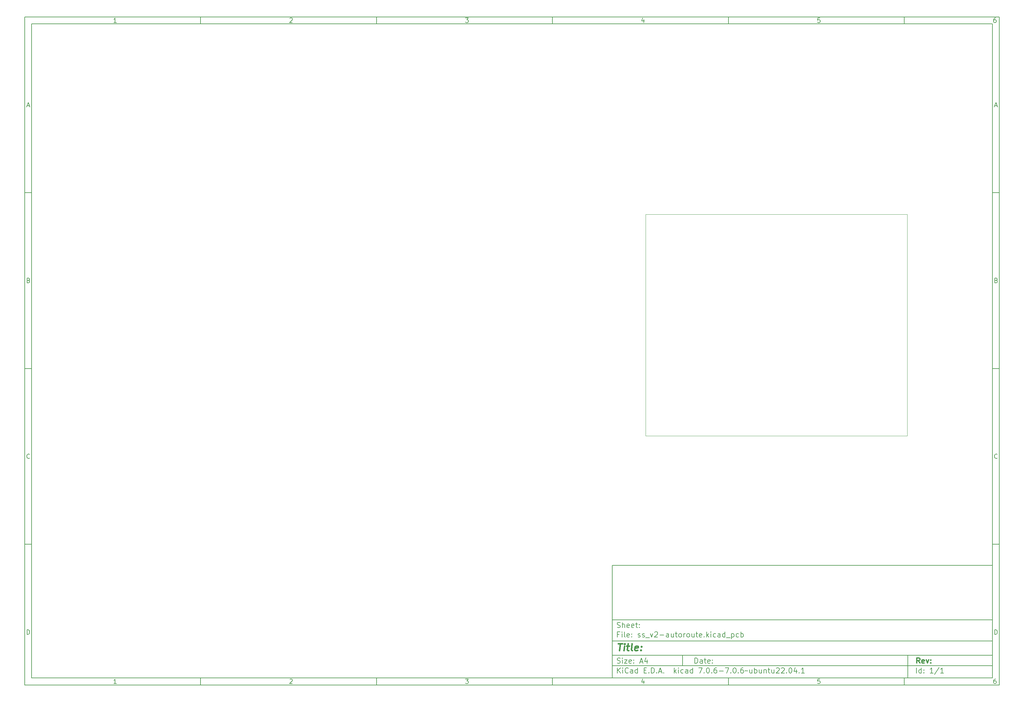
<source format=gbr>
%TF.GenerationSoftware,KiCad,Pcbnew,7.0.6-7.0.6~ubuntu22.04.1*%
%TF.CreationDate,2023-08-01T15:27:09+02:00*%
%TF.ProjectId,ss_v2-autoroute,73735f76-322d-4617-9574-6f726f757465,rev?*%
%TF.SameCoordinates,Original*%
%TF.FileFunction,Profile,NP*%
%FSLAX46Y46*%
G04 Gerber Fmt 4.6, Leading zero omitted, Abs format (unit mm)*
G04 Created by KiCad (PCBNEW 7.0.6-7.0.6~ubuntu22.04.1) date 2023-08-01 15:27:09*
%MOMM*%
%LPD*%
G01*
G04 APERTURE LIST*
%ADD10C,0.100000*%
%ADD11C,0.150000*%
%ADD12C,0.300000*%
%ADD13C,0.400000*%
%TA.AperFunction,Profile*%
%ADD14C,0.100000*%
%TD*%
G04 APERTURE END LIST*
D10*
D11*
X177002200Y-166007200D02*
X285002200Y-166007200D01*
X285002200Y-198007200D01*
X177002200Y-198007200D01*
X177002200Y-166007200D01*
D10*
D11*
X10000000Y-10000000D02*
X287002200Y-10000000D01*
X287002200Y-200007200D01*
X10000000Y-200007200D01*
X10000000Y-10000000D01*
D10*
D11*
X12000000Y-12000000D02*
X285002200Y-12000000D01*
X285002200Y-198007200D01*
X12000000Y-198007200D01*
X12000000Y-12000000D01*
D10*
D11*
X60000000Y-12000000D02*
X60000000Y-10000000D01*
D10*
D11*
X110000000Y-12000000D02*
X110000000Y-10000000D01*
D10*
D11*
X160000000Y-12000000D02*
X160000000Y-10000000D01*
D10*
D11*
X210000000Y-12000000D02*
X210000000Y-10000000D01*
D10*
D11*
X260000000Y-12000000D02*
X260000000Y-10000000D01*
D10*
D11*
X36089160Y-11593604D02*
X35346303Y-11593604D01*
X35717731Y-11593604D02*
X35717731Y-10293604D01*
X35717731Y-10293604D02*
X35593922Y-10479319D01*
X35593922Y-10479319D02*
X35470112Y-10603128D01*
X35470112Y-10603128D02*
X35346303Y-10665033D01*
D10*
D11*
X85346303Y-10417414D02*
X85408207Y-10355509D01*
X85408207Y-10355509D02*
X85532017Y-10293604D01*
X85532017Y-10293604D02*
X85841541Y-10293604D01*
X85841541Y-10293604D02*
X85965350Y-10355509D01*
X85965350Y-10355509D02*
X86027255Y-10417414D01*
X86027255Y-10417414D02*
X86089160Y-10541223D01*
X86089160Y-10541223D02*
X86089160Y-10665033D01*
X86089160Y-10665033D02*
X86027255Y-10850747D01*
X86027255Y-10850747D02*
X85284398Y-11593604D01*
X85284398Y-11593604D02*
X86089160Y-11593604D01*
D10*
D11*
X135284398Y-10293604D02*
X136089160Y-10293604D01*
X136089160Y-10293604D02*
X135655826Y-10788842D01*
X135655826Y-10788842D02*
X135841541Y-10788842D01*
X135841541Y-10788842D02*
X135965350Y-10850747D01*
X135965350Y-10850747D02*
X136027255Y-10912652D01*
X136027255Y-10912652D02*
X136089160Y-11036461D01*
X136089160Y-11036461D02*
X136089160Y-11345985D01*
X136089160Y-11345985D02*
X136027255Y-11469795D01*
X136027255Y-11469795D02*
X135965350Y-11531700D01*
X135965350Y-11531700D02*
X135841541Y-11593604D01*
X135841541Y-11593604D02*
X135470112Y-11593604D01*
X135470112Y-11593604D02*
X135346303Y-11531700D01*
X135346303Y-11531700D02*
X135284398Y-11469795D01*
D10*
D11*
X185965350Y-10726938D02*
X185965350Y-11593604D01*
X185655826Y-10231700D02*
X185346303Y-11160271D01*
X185346303Y-11160271D02*
X186151064Y-11160271D01*
D10*
D11*
X236027255Y-10293604D02*
X235408207Y-10293604D01*
X235408207Y-10293604D02*
X235346303Y-10912652D01*
X235346303Y-10912652D02*
X235408207Y-10850747D01*
X235408207Y-10850747D02*
X235532017Y-10788842D01*
X235532017Y-10788842D02*
X235841541Y-10788842D01*
X235841541Y-10788842D02*
X235965350Y-10850747D01*
X235965350Y-10850747D02*
X236027255Y-10912652D01*
X236027255Y-10912652D02*
X236089160Y-11036461D01*
X236089160Y-11036461D02*
X236089160Y-11345985D01*
X236089160Y-11345985D02*
X236027255Y-11469795D01*
X236027255Y-11469795D02*
X235965350Y-11531700D01*
X235965350Y-11531700D02*
X235841541Y-11593604D01*
X235841541Y-11593604D02*
X235532017Y-11593604D01*
X235532017Y-11593604D02*
X235408207Y-11531700D01*
X235408207Y-11531700D02*
X235346303Y-11469795D01*
D10*
D11*
X285965350Y-10293604D02*
X285717731Y-10293604D01*
X285717731Y-10293604D02*
X285593922Y-10355509D01*
X285593922Y-10355509D02*
X285532017Y-10417414D01*
X285532017Y-10417414D02*
X285408207Y-10603128D01*
X285408207Y-10603128D02*
X285346303Y-10850747D01*
X285346303Y-10850747D02*
X285346303Y-11345985D01*
X285346303Y-11345985D02*
X285408207Y-11469795D01*
X285408207Y-11469795D02*
X285470112Y-11531700D01*
X285470112Y-11531700D02*
X285593922Y-11593604D01*
X285593922Y-11593604D02*
X285841541Y-11593604D01*
X285841541Y-11593604D02*
X285965350Y-11531700D01*
X285965350Y-11531700D02*
X286027255Y-11469795D01*
X286027255Y-11469795D02*
X286089160Y-11345985D01*
X286089160Y-11345985D02*
X286089160Y-11036461D01*
X286089160Y-11036461D02*
X286027255Y-10912652D01*
X286027255Y-10912652D02*
X285965350Y-10850747D01*
X285965350Y-10850747D02*
X285841541Y-10788842D01*
X285841541Y-10788842D02*
X285593922Y-10788842D01*
X285593922Y-10788842D02*
X285470112Y-10850747D01*
X285470112Y-10850747D02*
X285408207Y-10912652D01*
X285408207Y-10912652D02*
X285346303Y-11036461D01*
D10*
D11*
X60000000Y-198007200D02*
X60000000Y-200007200D01*
D10*
D11*
X110000000Y-198007200D02*
X110000000Y-200007200D01*
D10*
D11*
X160000000Y-198007200D02*
X160000000Y-200007200D01*
D10*
D11*
X210000000Y-198007200D02*
X210000000Y-200007200D01*
D10*
D11*
X260000000Y-198007200D02*
X260000000Y-200007200D01*
D10*
D11*
X36089160Y-199600804D02*
X35346303Y-199600804D01*
X35717731Y-199600804D02*
X35717731Y-198300804D01*
X35717731Y-198300804D02*
X35593922Y-198486519D01*
X35593922Y-198486519D02*
X35470112Y-198610328D01*
X35470112Y-198610328D02*
X35346303Y-198672233D01*
D10*
D11*
X85346303Y-198424614D02*
X85408207Y-198362709D01*
X85408207Y-198362709D02*
X85532017Y-198300804D01*
X85532017Y-198300804D02*
X85841541Y-198300804D01*
X85841541Y-198300804D02*
X85965350Y-198362709D01*
X85965350Y-198362709D02*
X86027255Y-198424614D01*
X86027255Y-198424614D02*
X86089160Y-198548423D01*
X86089160Y-198548423D02*
X86089160Y-198672233D01*
X86089160Y-198672233D02*
X86027255Y-198857947D01*
X86027255Y-198857947D02*
X85284398Y-199600804D01*
X85284398Y-199600804D02*
X86089160Y-199600804D01*
D10*
D11*
X135284398Y-198300804D02*
X136089160Y-198300804D01*
X136089160Y-198300804D02*
X135655826Y-198796042D01*
X135655826Y-198796042D02*
X135841541Y-198796042D01*
X135841541Y-198796042D02*
X135965350Y-198857947D01*
X135965350Y-198857947D02*
X136027255Y-198919852D01*
X136027255Y-198919852D02*
X136089160Y-199043661D01*
X136089160Y-199043661D02*
X136089160Y-199353185D01*
X136089160Y-199353185D02*
X136027255Y-199476995D01*
X136027255Y-199476995D02*
X135965350Y-199538900D01*
X135965350Y-199538900D02*
X135841541Y-199600804D01*
X135841541Y-199600804D02*
X135470112Y-199600804D01*
X135470112Y-199600804D02*
X135346303Y-199538900D01*
X135346303Y-199538900D02*
X135284398Y-199476995D01*
D10*
D11*
X185965350Y-198734138D02*
X185965350Y-199600804D01*
X185655826Y-198238900D02*
X185346303Y-199167471D01*
X185346303Y-199167471D02*
X186151064Y-199167471D01*
D10*
D11*
X236027255Y-198300804D02*
X235408207Y-198300804D01*
X235408207Y-198300804D02*
X235346303Y-198919852D01*
X235346303Y-198919852D02*
X235408207Y-198857947D01*
X235408207Y-198857947D02*
X235532017Y-198796042D01*
X235532017Y-198796042D02*
X235841541Y-198796042D01*
X235841541Y-198796042D02*
X235965350Y-198857947D01*
X235965350Y-198857947D02*
X236027255Y-198919852D01*
X236027255Y-198919852D02*
X236089160Y-199043661D01*
X236089160Y-199043661D02*
X236089160Y-199353185D01*
X236089160Y-199353185D02*
X236027255Y-199476995D01*
X236027255Y-199476995D02*
X235965350Y-199538900D01*
X235965350Y-199538900D02*
X235841541Y-199600804D01*
X235841541Y-199600804D02*
X235532017Y-199600804D01*
X235532017Y-199600804D02*
X235408207Y-199538900D01*
X235408207Y-199538900D02*
X235346303Y-199476995D01*
D10*
D11*
X285965350Y-198300804D02*
X285717731Y-198300804D01*
X285717731Y-198300804D02*
X285593922Y-198362709D01*
X285593922Y-198362709D02*
X285532017Y-198424614D01*
X285532017Y-198424614D02*
X285408207Y-198610328D01*
X285408207Y-198610328D02*
X285346303Y-198857947D01*
X285346303Y-198857947D02*
X285346303Y-199353185D01*
X285346303Y-199353185D02*
X285408207Y-199476995D01*
X285408207Y-199476995D02*
X285470112Y-199538900D01*
X285470112Y-199538900D02*
X285593922Y-199600804D01*
X285593922Y-199600804D02*
X285841541Y-199600804D01*
X285841541Y-199600804D02*
X285965350Y-199538900D01*
X285965350Y-199538900D02*
X286027255Y-199476995D01*
X286027255Y-199476995D02*
X286089160Y-199353185D01*
X286089160Y-199353185D02*
X286089160Y-199043661D01*
X286089160Y-199043661D02*
X286027255Y-198919852D01*
X286027255Y-198919852D02*
X285965350Y-198857947D01*
X285965350Y-198857947D02*
X285841541Y-198796042D01*
X285841541Y-198796042D02*
X285593922Y-198796042D01*
X285593922Y-198796042D02*
X285470112Y-198857947D01*
X285470112Y-198857947D02*
X285408207Y-198919852D01*
X285408207Y-198919852D02*
X285346303Y-199043661D01*
D10*
D11*
X10000000Y-60000000D02*
X12000000Y-60000000D01*
D10*
D11*
X10000000Y-110000000D02*
X12000000Y-110000000D01*
D10*
D11*
X10000000Y-160000000D02*
X12000000Y-160000000D01*
D10*
D11*
X10690476Y-35222176D02*
X11309523Y-35222176D01*
X10566666Y-35593604D02*
X10999999Y-34293604D01*
X10999999Y-34293604D02*
X11433333Y-35593604D01*
D10*
D11*
X11092857Y-84912652D02*
X11278571Y-84974557D01*
X11278571Y-84974557D02*
X11340476Y-85036461D01*
X11340476Y-85036461D02*
X11402380Y-85160271D01*
X11402380Y-85160271D02*
X11402380Y-85345985D01*
X11402380Y-85345985D02*
X11340476Y-85469795D01*
X11340476Y-85469795D02*
X11278571Y-85531700D01*
X11278571Y-85531700D02*
X11154761Y-85593604D01*
X11154761Y-85593604D02*
X10659523Y-85593604D01*
X10659523Y-85593604D02*
X10659523Y-84293604D01*
X10659523Y-84293604D02*
X11092857Y-84293604D01*
X11092857Y-84293604D02*
X11216666Y-84355509D01*
X11216666Y-84355509D02*
X11278571Y-84417414D01*
X11278571Y-84417414D02*
X11340476Y-84541223D01*
X11340476Y-84541223D02*
X11340476Y-84665033D01*
X11340476Y-84665033D02*
X11278571Y-84788842D01*
X11278571Y-84788842D02*
X11216666Y-84850747D01*
X11216666Y-84850747D02*
X11092857Y-84912652D01*
X11092857Y-84912652D02*
X10659523Y-84912652D01*
D10*
D11*
X11402380Y-135469795D02*
X11340476Y-135531700D01*
X11340476Y-135531700D02*
X11154761Y-135593604D01*
X11154761Y-135593604D02*
X11030952Y-135593604D01*
X11030952Y-135593604D02*
X10845238Y-135531700D01*
X10845238Y-135531700D02*
X10721428Y-135407890D01*
X10721428Y-135407890D02*
X10659523Y-135284080D01*
X10659523Y-135284080D02*
X10597619Y-135036461D01*
X10597619Y-135036461D02*
X10597619Y-134850747D01*
X10597619Y-134850747D02*
X10659523Y-134603128D01*
X10659523Y-134603128D02*
X10721428Y-134479319D01*
X10721428Y-134479319D02*
X10845238Y-134355509D01*
X10845238Y-134355509D02*
X11030952Y-134293604D01*
X11030952Y-134293604D02*
X11154761Y-134293604D01*
X11154761Y-134293604D02*
X11340476Y-134355509D01*
X11340476Y-134355509D02*
X11402380Y-134417414D01*
D10*
D11*
X10659523Y-185593604D02*
X10659523Y-184293604D01*
X10659523Y-184293604D02*
X10969047Y-184293604D01*
X10969047Y-184293604D02*
X11154761Y-184355509D01*
X11154761Y-184355509D02*
X11278571Y-184479319D01*
X11278571Y-184479319D02*
X11340476Y-184603128D01*
X11340476Y-184603128D02*
X11402380Y-184850747D01*
X11402380Y-184850747D02*
X11402380Y-185036461D01*
X11402380Y-185036461D02*
X11340476Y-185284080D01*
X11340476Y-185284080D02*
X11278571Y-185407890D01*
X11278571Y-185407890D02*
X11154761Y-185531700D01*
X11154761Y-185531700D02*
X10969047Y-185593604D01*
X10969047Y-185593604D02*
X10659523Y-185593604D01*
D10*
D11*
X287002200Y-60000000D02*
X285002200Y-60000000D01*
D10*
D11*
X287002200Y-110000000D02*
X285002200Y-110000000D01*
D10*
D11*
X287002200Y-160000000D02*
X285002200Y-160000000D01*
D10*
D11*
X285692676Y-35222176D02*
X286311723Y-35222176D01*
X285568866Y-35593604D02*
X286002199Y-34293604D01*
X286002199Y-34293604D02*
X286435533Y-35593604D01*
D10*
D11*
X286095057Y-84912652D02*
X286280771Y-84974557D01*
X286280771Y-84974557D02*
X286342676Y-85036461D01*
X286342676Y-85036461D02*
X286404580Y-85160271D01*
X286404580Y-85160271D02*
X286404580Y-85345985D01*
X286404580Y-85345985D02*
X286342676Y-85469795D01*
X286342676Y-85469795D02*
X286280771Y-85531700D01*
X286280771Y-85531700D02*
X286156961Y-85593604D01*
X286156961Y-85593604D02*
X285661723Y-85593604D01*
X285661723Y-85593604D02*
X285661723Y-84293604D01*
X285661723Y-84293604D02*
X286095057Y-84293604D01*
X286095057Y-84293604D02*
X286218866Y-84355509D01*
X286218866Y-84355509D02*
X286280771Y-84417414D01*
X286280771Y-84417414D02*
X286342676Y-84541223D01*
X286342676Y-84541223D02*
X286342676Y-84665033D01*
X286342676Y-84665033D02*
X286280771Y-84788842D01*
X286280771Y-84788842D02*
X286218866Y-84850747D01*
X286218866Y-84850747D02*
X286095057Y-84912652D01*
X286095057Y-84912652D02*
X285661723Y-84912652D01*
D10*
D11*
X286404580Y-135469795D02*
X286342676Y-135531700D01*
X286342676Y-135531700D02*
X286156961Y-135593604D01*
X286156961Y-135593604D02*
X286033152Y-135593604D01*
X286033152Y-135593604D02*
X285847438Y-135531700D01*
X285847438Y-135531700D02*
X285723628Y-135407890D01*
X285723628Y-135407890D02*
X285661723Y-135284080D01*
X285661723Y-135284080D02*
X285599819Y-135036461D01*
X285599819Y-135036461D02*
X285599819Y-134850747D01*
X285599819Y-134850747D02*
X285661723Y-134603128D01*
X285661723Y-134603128D02*
X285723628Y-134479319D01*
X285723628Y-134479319D02*
X285847438Y-134355509D01*
X285847438Y-134355509D02*
X286033152Y-134293604D01*
X286033152Y-134293604D02*
X286156961Y-134293604D01*
X286156961Y-134293604D02*
X286342676Y-134355509D01*
X286342676Y-134355509D02*
X286404580Y-134417414D01*
D10*
D11*
X285661723Y-185593604D02*
X285661723Y-184293604D01*
X285661723Y-184293604D02*
X285971247Y-184293604D01*
X285971247Y-184293604D02*
X286156961Y-184355509D01*
X286156961Y-184355509D02*
X286280771Y-184479319D01*
X286280771Y-184479319D02*
X286342676Y-184603128D01*
X286342676Y-184603128D02*
X286404580Y-184850747D01*
X286404580Y-184850747D02*
X286404580Y-185036461D01*
X286404580Y-185036461D02*
X286342676Y-185284080D01*
X286342676Y-185284080D02*
X286280771Y-185407890D01*
X286280771Y-185407890D02*
X286156961Y-185531700D01*
X286156961Y-185531700D02*
X285971247Y-185593604D01*
X285971247Y-185593604D02*
X285661723Y-185593604D01*
D10*
D11*
X200458026Y-193793328D02*
X200458026Y-192293328D01*
X200458026Y-192293328D02*
X200815169Y-192293328D01*
X200815169Y-192293328D02*
X201029455Y-192364757D01*
X201029455Y-192364757D02*
X201172312Y-192507614D01*
X201172312Y-192507614D02*
X201243741Y-192650471D01*
X201243741Y-192650471D02*
X201315169Y-192936185D01*
X201315169Y-192936185D02*
X201315169Y-193150471D01*
X201315169Y-193150471D02*
X201243741Y-193436185D01*
X201243741Y-193436185D02*
X201172312Y-193579042D01*
X201172312Y-193579042D02*
X201029455Y-193721900D01*
X201029455Y-193721900D02*
X200815169Y-193793328D01*
X200815169Y-193793328D02*
X200458026Y-193793328D01*
X202600884Y-193793328D02*
X202600884Y-193007614D01*
X202600884Y-193007614D02*
X202529455Y-192864757D01*
X202529455Y-192864757D02*
X202386598Y-192793328D01*
X202386598Y-192793328D02*
X202100884Y-192793328D01*
X202100884Y-192793328D02*
X201958026Y-192864757D01*
X202600884Y-193721900D02*
X202458026Y-193793328D01*
X202458026Y-193793328D02*
X202100884Y-193793328D01*
X202100884Y-193793328D02*
X201958026Y-193721900D01*
X201958026Y-193721900D02*
X201886598Y-193579042D01*
X201886598Y-193579042D02*
X201886598Y-193436185D01*
X201886598Y-193436185D02*
X201958026Y-193293328D01*
X201958026Y-193293328D02*
X202100884Y-193221900D01*
X202100884Y-193221900D02*
X202458026Y-193221900D01*
X202458026Y-193221900D02*
X202600884Y-193150471D01*
X203100884Y-192793328D02*
X203672312Y-192793328D01*
X203315169Y-192293328D02*
X203315169Y-193579042D01*
X203315169Y-193579042D02*
X203386598Y-193721900D01*
X203386598Y-193721900D02*
X203529455Y-193793328D01*
X203529455Y-193793328D02*
X203672312Y-193793328D01*
X204743741Y-193721900D02*
X204600884Y-193793328D01*
X204600884Y-193793328D02*
X204315170Y-193793328D01*
X204315170Y-193793328D02*
X204172312Y-193721900D01*
X204172312Y-193721900D02*
X204100884Y-193579042D01*
X204100884Y-193579042D02*
X204100884Y-193007614D01*
X204100884Y-193007614D02*
X204172312Y-192864757D01*
X204172312Y-192864757D02*
X204315170Y-192793328D01*
X204315170Y-192793328D02*
X204600884Y-192793328D01*
X204600884Y-192793328D02*
X204743741Y-192864757D01*
X204743741Y-192864757D02*
X204815170Y-193007614D01*
X204815170Y-193007614D02*
X204815170Y-193150471D01*
X204815170Y-193150471D02*
X204100884Y-193293328D01*
X205458026Y-193650471D02*
X205529455Y-193721900D01*
X205529455Y-193721900D02*
X205458026Y-193793328D01*
X205458026Y-193793328D02*
X205386598Y-193721900D01*
X205386598Y-193721900D02*
X205458026Y-193650471D01*
X205458026Y-193650471D02*
X205458026Y-193793328D01*
X205458026Y-192864757D02*
X205529455Y-192936185D01*
X205529455Y-192936185D02*
X205458026Y-193007614D01*
X205458026Y-193007614D02*
X205386598Y-192936185D01*
X205386598Y-192936185D02*
X205458026Y-192864757D01*
X205458026Y-192864757D02*
X205458026Y-193007614D01*
D10*
D11*
X177002200Y-194507200D02*
X285002200Y-194507200D01*
D10*
D11*
X178458026Y-196593328D02*
X178458026Y-195093328D01*
X179315169Y-196593328D02*
X178672312Y-195736185D01*
X179315169Y-195093328D02*
X178458026Y-195950471D01*
X179958026Y-196593328D02*
X179958026Y-195593328D01*
X179958026Y-195093328D02*
X179886598Y-195164757D01*
X179886598Y-195164757D02*
X179958026Y-195236185D01*
X179958026Y-195236185D02*
X180029455Y-195164757D01*
X180029455Y-195164757D02*
X179958026Y-195093328D01*
X179958026Y-195093328D02*
X179958026Y-195236185D01*
X181529455Y-196450471D02*
X181458027Y-196521900D01*
X181458027Y-196521900D02*
X181243741Y-196593328D01*
X181243741Y-196593328D02*
X181100884Y-196593328D01*
X181100884Y-196593328D02*
X180886598Y-196521900D01*
X180886598Y-196521900D02*
X180743741Y-196379042D01*
X180743741Y-196379042D02*
X180672312Y-196236185D01*
X180672312Y-196236185D02*
X180600884Y-195950471D01*
X180600884Y-195950471D02*
X180600884Y-195736185D01*
X180600884Y-195736185D02*
X180672312Y-195450471D01*
X180672312Y-195450471D02*
X180743741Y-195307614D01*
X180743741Y-195307614D02*
X180886598Y-195164757D01*
X180886598Y-195164757D02*
X181100884Y-195093328D01*
X181100884Y-195093328D02*
X181243741Y-195093328D01*
X181243741Y-195093328D02*
X181458027Y-195164757D01*
X181458027Y-195164757D02*
X181529455Y-195236185D01*
X182815170Y-196593328D02*
X182815170Y-195807614D01*
X182815170Y-195807614D02*
X182743741Y-195664757D01*
X182743741Y-195664757D02*
X182600884Y-195593328D01*
X182600884Y-195593328D02*
X182315170Y-195593328D01*
X182315170Y-195593328D02*
X182172312Y-195664757D01*
X182815170Y-196521900D02*
X182672312Y-196593328D01*
X182672312Y-196593328D02*
X182315170Y-196593328D01*
X182315170Y-196593328D02*
X182172312Y-196521900D01*
X182172312Y-196521900D02*
X182100884Y-196379042D01*
X182100884Y-196379042D02*
X182100884Y-196236185D01*
X182100884Y-196236185D02*
X182172312Y-196093328D01*
X182172312Y-196093328D02*
X182315170Y-196021900D01*
X182315170Y-196021900D02*
X182672312Y-196021900D01*
X182672312Y-196021900D02*
X182815170Y-195950471D01*
X184172313Y-196593328D02*
X184172313Y-195093328D01*
X184172313Y-196521900D02*
X184029455Y-196593328D01*
X184029455Y-196593328D02*
X183743741Y-196593328D01*
X183743741Y-196593328D02*
X183600884Y-196521900D01*
X183600884Y-196521900D02*
X183529455Y-196450471D01*
X183529455Y-196450471D02*
X183458027Y-196307614D01*
X183458027Y-196307614D02*
X183458027Y-195879042D01*
X183458027Y-195879042D02*
X183529455Y-195736185D01*
X183529455Y-195736185D02*
X183600884Y-195664757D01*
X183600884Y-195664757D02*
X183743741Y-195593328D01*
X183743741Y-195593328D02*
X184029455Y-195593328D01*
X184029455Y-195593328D02*
X184172313Y-195664757D01*
X186029455Y-195807614D02*
X186529455Y-195807614D01*
X186743741Y-196593328D02*
X186029455Y-196593328D01*
X186029455Y-196593328D02*
X186029455Y-195093328D01*
X186029455Y-195093328D02*
X186743741Y-195093328D01*
X187386598Y-196450471D02*
X187458027Y-196521900D01*
X187458027Y-196521900D02*
X187386598Y-196593328D01*
X187386598Y-196593328D02*
X187315170Y-196521900D01*
X187315170Y-196521900D02*
X187386598Y-196450471D01*
X187386598Y-196450471D02*
X187386598Y-196593328D01*
X188100884Y-196593328D02*
X188100884Y-195093328D01*
X188100884Y-195093328D02*
X188458027Y-195093328D01*
X188458027Y-195093328D02*
X188672313Y-195164757D01*
X188672313Y-195164757D02*
X188815170Y-195307614D01*
X188815170Y-195307614D02*
X188886599Y-195450471D01*
X188886599Y-195450471D02*
X188958027Y-195736185D01*
X188958027Y-195736185D02*
X188958027Y-195950471D01*
X188958027Y-195950471D02*
X188886599Y-196236185D01*
X188886599Y-196236185D02*
X188815170Y-196379042D01*
X188815170Y-196379042D02*
X188672313Y-196521900D01*
X188672313Y-196521900D02*
X188458027Y-196593328D01*
X188458027Y-196593328D02*
X188100884Y-196593328D01*
X189600884Y-196450471D02*
X189672313Y-196521900D01*
X189672313Y-196521900D02*
X189600884Y-196593328D01*
X189600884Y-196593328D02*
X189529456Y-196521900D01*
X189529456Y-196521900D02*
X189600884Y-196450471D01*
X189600884Y-196450471D02*
X189600884Y-196593328D01*
X190243742Y-196164757D02*
X190958028Y-196164757D01*
X190100885Y-196593328D02*
X190600885Y-195093328D01*
X190600885Y-195093328D02*
X191100885Y-196593328D01*
X191600884Y-196450471D02*
X191672313Y-196521900D01*
X191672313Y-196521900D02*
X191600884Y-196593328D01*
X191600884Y-196593328D02*
X191529456Y-196521900D01*
X191529456Y-196521900D02*
X191600884Y-196450471D01*
X191600884Y-196450471D02*
X191600884Y-196593328D01*
X194600884Y-196593328D02*
X194600884Y-195093328D01*
X194743742Y-196021900D02*
X195172313Y-196593328D01*
X195172313Y-195593328D02*
X194600884Y-196164757D01*
X195815170Y-196593328D02*
X195815170Y-195593328D01*
X195815170Y-195093328D02*
X195743742Y-195164757D01*
X195743742Y-195164757D02*
X195815170Y-195236185D01*
X195815170Y-195236185D02*
X195886599Y-195164757D01*
X195886599Y-195164757D02*
X195815170Y-195093328D01*
X195815170Y-195093328D02*
X195815170Y-195236185D01*
X197172314Y-196521900D02*
X197029456Y-196593328D01*
X197029456Y-196593328D02*
X196743742Y-196593328D01*
X196743742Y-196593328D02*
X196600885Y-196521900D01*
X196600885Y-196521900D02*
X196529456Y-196450471D01*
X196529456Y-196450471D02*
X196458028Y-196307614D01*
X196458028Y-196307614D02*
X196458028Y-195879042D01*
X196458028Y-195879042D02*
X196529456Y-195736185D01*
X196529456Y-195736185D02*
X196600885Y-195664757D01*
X196600885Y-195664757D02*
X196743742Y-195593328D01*
X196743742Y-195593328D02*
X197029456Y-195593328D01*
X197029456Y-195593328D02*
X197172314Y-195664757D01*
X198458028Y-196593328D02*
X198458028Y-195807614D01*
X198458028Y-195807614D02*
X198386599Y-195664757D01*
X198386599Y-195664757D02*
X198243742Y-195593328D01*
X198243742Y-195593328D02*
X197958028Y-195593328D01*
X197958028Y-195593328D02*
X197815170Y-195664757D01*
X198458028Y-196521900D02*
X198315170Y-196593328D01*
X198315170Y-196593328D02*
X197958028Y-196593328D01*
X197958028Y-196593328D02*
X197815170Y-196521900D01*
X197815170Y-196521900D02*
X197743742Y-196379042D01*
X197743742Y-196379042D02*
X197743742Y-196236185D01*
X197743742Y-196236185D02*
X197815170Y-196093328D01*
X197815170Y-196093328D02*
X197958028Y-196021900D01*
X197958028Y-196021900D02*
X198315170Y-196021900D01*
X198315170Y-196021900D02*
X198458028Y-195950471D01*
X199815171Y-196593328D02*
X199815171Y-195093328D01*
X199815171Y-196521900D02*
X199672313Y-196593328D01*
X199672313Y-196593328D02*
X199386599Y-196593328D01*
X199386599Y-196593328D02*
X199243742Y-196521900D01*
X199243742Y-196521900D02*
X199172313Y-196450471D01*
X199172313Y-196450471D02*
X199100885Y-196307614D01*
X199100885Y-196307614D02*
X199100885Y-195879042D01*
X199100885Y-195879042D02*
X199172313Y-195736185D01*
X199172313Y-195736185D02*
X199243742Y-195664757D01*
X199243742Y-195664757D02*
X199386599Y-195593328D01*
X199386599Y-195593328D02*
X199672313Y-195593328D01*
X199672313Y-195593328D02*
X199815171Y-195664757D01*
X201529456Y-195093328D02*
X202529456Y-195093328D01*
X202529456Y-195093328D02*
X201886599Y-196593328D01*
X203100884Y-196450471D02*
X203172313Y-196521900D01*
X203172313Y-196521900D02*
X203100884Y-196593328D01*
X203100884Y-196593328D02*
X203029456Y-196521900D01*
X203029456Y-196521900D02*
X203100884Y-196450471D01*
X203100884Y-196450471D02*
X203100884Y-196593328D01*
X204100885Y-195093328D02*
X204243742Y-195093328D01*
X204243742Y-195093328D02*
X204386599Y-195164757D01*
X204386599Y-195164757D02*
X204458028Y-195236185D01*
X204458028Y-195236185D02*
X204529456Y-195379042D01*
X204529456Y-195379042D02*
X204600885Y-195664757D01*
X204600885Y-195664757D02*
X204600885Y-196021900D01*
X204600885Y-196021900D02*
X204529456Y-196307614D01*
X204529456Y-196307614D02*
X204458028Y-196450471D01*
X204458028Y-196450471D02*
X204386599Y-196521900D01*
X204386599Y-196521900D02*
X204243742Y-196593328D01*
X204243742Y-196593328D02*
X204100885Y-196593328D01*
X204100885Y-196593328D02*
X203958028Y-196521900D01*
X203958028Y-196521900D02*
X203886599Y-196450471D01*
X203886599Y-196450471D02*
X203815170Y-196307614D01*
X203815170Y-196307614D02*
X203743742Y-196021900D01*
X203743742Y-196021900D02*
X203743742Y-195664757D01*
X203743742Y-195664757D02*
X203815170Y-195379042D01*
X203815170Y-195379042D02*
X203886599Y-195236185D01*
X203886599Y-195236185D02*
X203958028Y-195164757D01*
X203958028Y-195164757D02*
X204100885Y-195093328D01*
X205243741Y-196450471D02*
X205315170Y-196521900D01*
X205315170Y-196521900D02*
X205243741Y-196593328D01*
X205243741Y-196593328D02*
X205172313Y-196521900D01*
X205172313Y-196521900D02*
X205243741Y-196450471D01*
X205243741Y-196450471D02*
X205243741Y-196593328D01*
X206600885Y-195093328D02*
X206315170Y-195093328D01*
X206315170Y-195093328D02*
X206172313Y-195164757D01*
X206172313Y-195164757D02*
X206100885Y-195236185D01*
X206100885Y-195236185D02*
X205958027Y-195450471D01*
X205958027Y-195450471D02*
X205886599Y-195736185D01*
X205886599Y-195736185D02*
X205886599Y-196307614D01*
X205886599Y-196307614D02*
X205958027Y-196450471D01*
X205958027Y-196450471D02*
X206029456Y-196521900D01*
X206029456Y-196521900D02*
X206172313Y-196593328D01*
X206172313Y-196593328D02*
X206458027Y-196593328D01*
X206458027Y-196593328D02*
X206600885Y-196521900D01*
X206600885Y-196521900D02*
X206672313Y-196450471D01*
X206672313Y-196450471D02*
X206743742Y-196307614D01*
X206743742Y-196307614D02*
X206743742Y-195950471D01*
X206743742Y-195950471D02*
X206672313Y-195807614D01*
X206672313Y-195807614D02*
X206600885Y-195736185D01*
X206600885Y-195736185D02*
X206458027Y-195664757D01*
X206458027Y-195664757D02*
X206172313Y-195664757D01*
X206172313Y-195664757D02*
X206029456Y-195736185D01*
X206029456Y-195736185D02*
X205958027Y-195807614D01*
X205958027Y-195807614D02*
X205886599Y-195950471D01*
X207386598Y-196021900D02*
X208529456Y-196021900D01*
X209100884Y-195093328D02*
X210100884Y-195093328D01*
X210100884Y-195093328D02*
X209458027Y-196593328D01*
X210672312Y-196450471D02*
X210743741Y-196521900D01*
X210743741Y-196521900D02*
X210672312Y-196593328D01*
X210672312Y-196593328D02*
X210600884Y-196521900D01*
X210600884Y-196521900D02*
X210672312Y-196450471D01*
X210672312Y-196450471D02*
X210672312Y-196593328D01*
X211672313Y-195093328D02*
X211815170Y-195093328D01*
X211815170Y-195093328D02*
X211958027Y-195164757D01*
X211958027Y-195164757D02*
X212029456Y-195236185D01*
X212029456Y-195236185D02*
X212100884Y-195379042D01*
X212100884Y-195379042D02*
X212172313Y-195664757D01*
X212172313Y-195664757D02*
X212172313Y-196021900D01*
X212172313Y-196021900D02*
X212100884Y-196307614D01*
X212100884Y-196307614D02*
X212029456Y-196450471D01*
X212029456Y-196450471D02*
X211958027Y-196521900D01*
X211958027Y-196521900D02*
X211815170Y-196593328D01*
X211815170Y-196593328D02*
X211672313Y-196593328D01*
X211672313Y-196593328D02*
X211529456Y-196521900D01*
X211529456Y-196521900D02*
X211458027Y-196450471D01*
X211458027Y-196450471D02*
X211386598Y-196307614D01*
X211386598Y-196307614D02*
X211315170Y-196021900D01*
X211315170Y-196021900D02*
X211315170Y-195664757D01*
X211315170Y-195664757D02*
X211386598Y-195379042D01*
X211386598Y-195379042D02*
X211458027Y-195236185D01*
X211458027Y-195236185D02*
X211529456Y-195164757D01*
X211529456Y-195164757D02*
X211672313Y-195093328D01*
X212815169Y-196450471D02*
X212886598Y-196521900D01*
X212886598Y-196521900D02*
X212815169Y-196593328D01*
X212815169Y-196593328D02*
X212743741Y-196521900D01*
X212743741Y-196521900D02*
X212815169Y-196450471D01*
X212815169Y-196450471D02*
X212815169Y-196593328D01*
X214172313Y-195093328D02*
X213886598Y-195093328D01*
X213886598Y-195093328D02*
X213743741Y-195164757D01*
X213743741Y-195164757D02*
X213672313Y-195236185D01*
X213672313Y-195236185D02*
X213529455Y-195450471D01*
X213529455Y-195450471D02*
X213458027Y-195736185D01*
X213458027Y-195736185D02*
X213458027Y-196307614D01*
X213458027Y-196307614D02*
X213529455Y-196450471D01*
X213529455Y-196450471D02*
X213600884Y-196521900D01*
X213600884Y-196521900D02*
X213743741Y-196593328D01*
X213743741Y-196593328D02*
X214029455Y-196593328D01*
X214029455Y-196593328D02*
X214172313Y-196521900D01*
X214172313Y-196521900D02*
X214243741Y-196450471D01*
X214243741Y-196450471D02*
X214315170Y-196307614D01*
X214315170Y-196307614D02*
X214315170Y-195950471D01*
X214315170Y-195950471D02*
X214243741Y-195807614D01*
X214243741Y-195807614D02*
X214172313Y-195736185D01*
X214172313Y-195736185D02*
X214029455Y-195664757D01*
X214029455Y-195664757D02*
X213743741Y-195664757D01*
X213743741Y-195664757D02*
X213600884Y-195736185D01*
X213600884Y-195736185D02*
X213529455Y-195807614D01*
X213529455Y-195807614D02*
X213458027Y-195950471D01*
X214743741Y-196021900D02*
X214815169Y-195950471D01*
X214815169Y-195950471D02*
X214958026Y-195879042D01*
X214958026Y-195879042D02*
X215243741Y-196021900D01*
X215243741Y-196021900D02*
X215386598Y-195950471D01*
X215386598Y-195950471D02*
X215458026Y-195879042D01*
X216672313Y-195593328D02*
X216672313Y-196593328D01*
X216029455Y-195593328D02*
X216029455Y-196379042D01*
X216029455Y-196379042D02*
X216100884Y-196521900D01*
X216100884Y-196521900D02*
X216243741Y-196593328D01*
X216243741Y-196593328D02*
X216458027Y-196593328D01*
X216458027Y-196593328D02*
X216600884Y-196521900D01*
X216600884Y-196521900D02*
X216672313Y-196450471D01*
X217386598Y-196593328D02*
X217386598Y-195093328D01*
X217386598Y-195664757D02*
X217529456Y-195593328D01*
X217529456Y-195593328D02*
X217815170Y-195593328D01*
X217815170Y-195593328D02*
X217958027Y-195664757D01*
X217958027Y-195664757D02*
X218029456Y-195736185D01*
X218029456Y-195736185D02*
X218100884Y-195879042D01*
X218100884Y-195879042D02*
X218100884Y-196307614D01*
X218100884Y-196307614D02*
X218029456Y-196450471D01*
X218029456Y-196450471D02*
X217958027Y-196521900D01*
X217958027Y-196521900D02*
X217815170Y-196593328D01*
X217815170Y-196593328D02*
X217529456Y-196593328D01*
X217529456Y-196593328D02*
X217386598Y-196521900D01*
X219386599Y-195593328D02*
X219386599Y-196593328D01*
X218743741Y-195593328D02*
X218743741Y-196379042D01*
X218743741Y-196379042D02*
X218815170Y-196521900D01*
X218815170Y-196521900D02*
X218958027Y-196593328D01*
X218958027Y-196593328D02*
X219172313Y-196593328D01*
X219172313Y-196593328D02*
X219315170Y-196521900D01*
X219315170Y-196521900D02*
X219386599Y-196450471D01*
X220100884Y-195593328D02*
X220100884Y-196593328D01*
X220100884Y-195736185D02*
X220172313Y-195664757D01*
X220172313Y-195664757D02*
X220315170Y-195593328D01*
X220315170Y-195593328D02*
X220529456Y-195593328D01*
X220529456Y-195593328D02*
X220672313Y-195664757D01*
X220672313Y-195664757D02*
X220743742Y-195807614D01*
X220743742Y-195807614D02*
X220743742Y-196593328D01*
X221243742Y-195593328D02*
X221815170Y-195593328D01*
X221458027Y-195093328D02*
X221458027Y-196379042D01*
X221458027Y-196379042D02*
X221529456Y-196521900D01*
X221529456Y-196521900D02*
X221672313Y-196593328D01*
X221672313Y-196593328D02*
X221815170Y-196593328D01*
X222958028Y-195593328D02*
X222958028Y-196593328D01*
X222315170Y-195593328D02*
X222315170Y-196379042D01*
X222315170Y-196379042D02*
X222386599Y-196521900D01*
X222386599Y-196521900D02*
X222529456Y-196593328D01*
X222529456Y-196593328D02*
X222743742Y-196593328D01*
X222743742Y-196593328D02*
X222886599Y-196521900D01*
X222886599Y-196521900D02*
X222958028Y-196450471D01*
X223600885Y-195236185D02*
X223672313Y-195164757D01*
X223672313Y-195164757D02*
X223815171Y-195093328D01*
X223815171Y-195093328D02*
X224172313Y-195093328D01*
X224172313Y-195093328D02*
X224315171Y-195164757D01*
X224315171Y-195164757D02*
X224386599Y-195236185D01*
X224386599Y-195236185D02*
X224458028Y-195379042D01*
X224458028Y-195379042D02*
X224458028Y-195521900D01*
X224458028Y-195521900D02*
X224386599Y-195736185D01*
X224386599Y-195736185D02*
X223529456Y-196593328D01*
X223529456Y-196593328D02*
X224458028Y-196593328D01*
X225029456Y-195236185D02*
X225100884Y-195164757D01*
X225100884Y-195164757D02*
X225243742Y-195093328D01*
X225243742Y-195093328D02*
X225600884Y-195093328D01*
X225600884Y-195093328D02*
X225743742Y-195164757D01*
X225743742Y-195164757D02*
X225815170Y-195236185D01*
X225815170Y-195236185D02*
X225886599Y-195379042D01*
X225886599Y-195379042D02*
X225886599Y-195521900D01*
X225886599Y-195521900D02*
X225815170Y-195736185D01*
X225815170Y-195736185D02*
X224958027Y-196593328D01*
X224958027Y-196593328D02*
X225886599Y-196593328D01*
X226529455Y-196450471D02*
X226600884Y-196521900D01*
X226600884Y-196521900D02*
X226529455Y-196593328D01*
X226529455Y-196593328D02*
X226458027Y-196521900D01*
X226458027Y-196521900D02*
X226529455Y-196450471D01*
X226529455Y-196450471D02*
X226529455Y-196593328D01*
X227529456Y-195093328D02*
X227672313Y-195093328D01*
X227672313Y-195093328D02*
X227815170Y-195164757D01*
X227815170Y-195164757D02*
X227886599Y-195236185D01*
X227886599Y-195236185D02*
X227958027Y-195379042D01*
X227958027Y-195379042D02*
X228029456Y-195664757D01*
X228029456Y-195664757D02*
X228029456Y-196021900D01*
X228029456Y-196021900D02*
X227958027Y-196307614D01*
X227958027Y-196307614D02*
X227886599Y-196450471D01*
X227886599Y-196450471D02*
X227815170Y-196521900D01*
X227815170Y-196521900D02*
X227672313Y-196593328D01*
X227672313Y-196593328D02*
X227529456Y-196593328D01*
X227529456Y-196593328D02*
X227386599Y-196521900D01*
X227386599Y-196521900D02*
X227315170Y-196450471D01*
X227315170Y-196450471D02*
X227243741Y-196307614D01*
X227243741Y-196307614D02*
X227172313Y-196021900D01*
X227172313Y-196021900D02*
X227172313Y-195664757D01*
X227172313Y-195664757D02*
X227243741Y-195379042D01*
X227243741Y-195379042D02*
X227315170Y-195236185D01*
X227315170Y-195236185D02*
X227386599Y-195164757D01*
X227386599Y-195164757D02*
X227529456Y-195093328D01*
X229315170Y-195593328D02*
X229315170Y-196593328D01*
X228958027Y-195021900D02*
X228600884Y-196093328D01*
X228600884Y-196093328D02*
X229529455Y-196093328D01*
X230100883Y-196450471D02*
X230172312Y-196521900D01*
X230172312Y-196521900D02*
X230100883Y-196593328D01*
X230100883Y-196593328D02*
X230029455Y-196521900D01*
X230029455Y-196521900D02*
X230100883Y-196450471D01*
X230100883Y-196450471D02*
X230100883Y-196593328D01*
X231600884Y-196593328D02*
X230743741Y-196593328D01*
X231172312Y-196593328D02*
X231172312Y-195093328D01*
X231172312Y-195093328D02*
X231029455Y-195307614D01*
X231029455Y-195307614D02*
X230886598Y-195450471D01*
X230886598Y-195450471D02*
X230743741Y-195521900D01*
D10*
D11*
X177002200Y-191507200D02*
X285002200Y-191507200D01*
D10*
D12*
X264413853Y-193785528D02*
X263913853Y-193071242D01*
X263556710Y-193785528D02*
X263556710Y-192285528D01*
X263556710Y-192285528D02*
X264128139Y-192285528D01*
X264128139Y-192285528D02*
X264270996Y-192356957D01*
X264270996Y-192356957D02*
X264342425Y-192428385D01*
X264342425Y-192428385D02*
X264413853Y-192571242D01*
X264413853Y-192571242D02*
X264413853Y-192785528D01*
X264413853Y-192785528D02*
X264342425Y-192928385D01*
X264342425Y-192928385D02*
X264270996Y-192999814D01*
X264270996Y-192999814D02*
X264128139Y-193071242D01*
X264128139Y-193071242D02*
X263556710Y-193071242D01*
X265628139Y-193714100D02*
X265485282Y-193785528D01*
X265485282Y-193785528D02*
X265199568Y-193785528D01*
X265199568Y-193785528D02*
X265056710Y-193714100D01*
X265056710Y-193714100D02*
X264985282Y-193571242D01*
X264985282Y-193571242D02*
X264985282Y-192999814D01*
X264985282Y-192999814D02*
X265056710Y-192856957D01*
X265056710Y-192856957D02*
X265199568Y-192785528D01*
X265199568Y-192785528D02*
X265485282Y-192785528D01*
X265485282Y-192785528D02*
X265628139Y-192856957D01*
X265628139Y-192856957D02*
X265699568Y-192999814D01*
X265699568Y-192999814D02*
X265699568Y-193142671D01*
X265699568Y-193142671D02*
X264985282Y-193285528D01*
X266199567Y-192785528D02*
X266556710Y-193785528D01*
X266556710Y-193785528D02*
X266913853Y-192785528D01*
X267485281Y-193642671D02*
X267556710Y-193714100D01*
X267556710Y-193714100D02*
X267485281Y-193785528D01*
X267485281Y-193785528D02*
X267413853Y-193714100D01*
X267413853Y-193714100D02*
X267485281Y-193642671D01*
X267485281Y-193642671D02*
X267485281Y-193785528D01*
X267485281Y-192856957D02*
X267556710Y-192928385D01*
X267556710Y-192928385D02*
X267485281Y-192999814D01*
X267485281Y-192999814D02*
X267413853Y-192928385D01*
X267413853Y-192928385D02*
X267485281Y-192856957D01*
X267485281Y-192856957D02*
X267485281Y-192999814D01*
D10*
D11*
X178386598Y-193721900D02*
X178600884Y-193793328D01*
X178600884Y-193793328D02*
X178958026Y-193793328D01*
X178958026Y-193793328D02*
X179100884Y-193721900D01*
X179100884Y-193721900D02*
X179172312Y-193650471D01*
X179172312Y-193650471D02*
X179243741Y-193507614D01*
X179243741Y-193507614D02*
X179243741Y-193364757D01*
X179243741Y-193364757D02*
X179172312Y-193221900D01*
X179172312Y-193221900D02*
X179100884Y-193150471D01*
X179100884Y-193150471D02*
X178958026Y-193079042D01*
X178958026Y-193079042D02*
X178672312Y-193007614D01*
X178672312Y-193007614D02*
X178529455Y-192936185D01*
X178529455Y-192936185D02*
X178458026Y-192864757D01*
X178458026Y-192864757D02*
X178386598Y-192721900D01*
X178386598Y-192721900D02*
X178386598Y-192579042D01*
X178386598Y-192579042D02*
X178458026Y-192436185D01*
X178458026Y-192436185D02*
X178529455Y-192364757D01*
X178529455Y-192364757D02*
X178672312Y-192293328D01*
X178672312Y-192293328D02*
X179029455Y-192293328D01*
X179029455Y-192293328D02*
X179243741Y-192364757D01*
X179886597Y-193793328D02*
X179886597Y-192793328D01*
X179886597Y-192293328D02*
X179815169Y-192364757D01*
X179815169Y-192364757D02*
X179886597Y-192436185D01*
X179886597Y-192436185D02*
X179958026Y-192364757D01*
X179958026Y-192364757D02*
X179886597Y-192293328D01*
X179886597Y-192293328D02*
X179886597Y-192436185D01*
X180458026Y-192793328D02*
X181243741Y-192793328D01*
X181243741Y-192793328D02*
X180458026Y-193793328D01*
X180458026Y-193793328D02*
X181243741Y-193793328D01*
X182386598Y-193721900D02*
X182243741Y-193793328D01*
X182243741Y-193793328D02*
X181958027Y-193793328D01*
X181958027Y-193793328D02*
X181815169Y-193721900D01*
X181815169Y-193721900D02*
X181743741Y-193579042D01*
X181743741Y-193579042D02*
X181743741Y-193007614D01*
X181743741Y-193007614D02*
X181815169Y-192864757D01*
X181815169Y-192864757D02*
X181958027Y-192793328D01*
X181958027Y-192793328D02*
X182243741Y-192793328D01*
X182243741Y-192793328D02*
X182386598Y-192864757D01*
X182386598Y-192864757D02*
X182458027Y-193007614D01*
X182458027Y-193007614D02*
X182458027Y-193150471D01*
X182458027Y-193150471D02*
X181743741Y-193293328D01*
X183100883Y-193650471D02*
X183172312Y-193721900D01*
X183172312Y-193721900D02*
X183100883Y-193793328D01*
X183100883Y-193793328D02*
X183029455Y-193721900D01*
X183029455Y-193721900D02*
X183100883Y-193650471D01*
X183100883Y-193650471D02*
X183100883Y-193793328D01*
X183100883Y-192864757D02*
X183172312Y-192936185D01*
X183172312Y-192936185D02*
X183100883Y-193007614D01*
X183100883Y-193007614D02*
X183029455Y-192936185D01*
X183029455Y-192936185D02*
X183100883Y-192864757D01*
X183100883Y-192864757D02*
X183100883Y-193007614D01*
X184886598Y-193364757D02*
X185600884Y-193364757D01*
X184743741Y-193793328D02*
X185243741Y-192293328D01*
X185243741Y-192293328D02*
X185743741Y-193793328D01*
X186886598Y-192793328D02*
X186886598Y-193793328D01*
X186529455Y-192221900D02*
X186172312Y-193293328D01*
X186172312Y-193293328D02*
X187100883Y-193293328D01*
D10*
D11*
X263458026Y-196593328D02*
X263458026Y-195093328D01*
X264815170Y-196593328D02*
X264815170Y-195093328D01*
X264815170Y-196521900D02*
X264672312Y-196593328D01*
X264672312Y-196593328D02*
X264386598Y-196593328D01*
X264386598Y-196593328D02*
X264243741Y-196521900D01*
X264243741Y-196521900D02*
X264172312Y-196450471D01*
X264172312Y-196450471D02*
X264100884Y-196307614D01*
X264100884Y-196307614D02*
X264100884Y-195879042D01*
X264100884Y-195879042D02*
X264172312Y-195736185D01*
X264172312Y-195736185D02*
X264243741Y-195664757D01*
X264243741Y-195664757D02*
X264386598Y-195593328D01*
X264386598Y-195593328D02*
X264672312Y-195593328D01*
X264672312Y-195593328D02*
X264815170Y-195664757D01*
X265529455Y-196450471D02*
X265600884Y-196521900D01*
X265600884Y-196521900D02*
X265529455Y-196593328D01*
X265529455Y-196593328D02*
X265458027Y-196521900D01*
X265458027Y-196521900D02*
X265529455Y-196450471D01*
X265529455Y-196450471D02*
X265529455Y-196593328D01*
X265529455Y-195664757D02*
X265600884Y-195736185D01*
X265600884Y-195736185D02*
X265529455Y-195807614D01*
X265529455Y-195807614D02*
X265458027Y-195736185D01*
X265458027Y-195736185D02*
X265529455Y-195664757D01*
X265529455Y-195664757D02*
X265529455Y-195807614D01*
X268172313Y-196593328D02*
X267315170Y-196593328D01*
X267743741Y-196593328D02*
X267743741Y-195093328D01*
X267743741Y-195093328D02*
X267600884Y-195307614D01*
X267600884Y-195307614D02*
X267458027Y-195450471D01*
X267458027Y-195450471D02*
X267315170Y-195521900D01*
X269886598Y-195021900D02*
X268600884Y-196950471D01*
X271172313Y-196593328D02*
X270315170Y-196593328D01*
X270743741Y-196593328D02*
X270743741Y-195093328D01*
X270743741Y-195093328D02*
X270600884Y-195307614D01*
X270600884Y-195307614D02*
X270458027Y-195450471D01*
X270458027Y-195450471D02*
X270315170Y-195521900D01*
D10*
D11*
X177002200Y-187507200D02*
X285002200Y-187507200D01*
D10*
D13*
X178693928Y-188211638D02*
X179836785Y-188211638D01*
X179015357Y-190211638D02*
X179265357Y-188211638D01*
X180253452Y-190211638D02*
X180420119Y-188878304D01*
X180503452Y-188211638D02*
X180396309Y-188306876D01*
X180396309Y-188306876D02*
X180479643Y-188402114D01*
X180479643Y-188402114D02*
X180586786Y-188306876D01*
X180586786Y-188306876D02*
X180503452Y-188211638D01*
X180503452Y-188211638D02*
X180479643Y-188402114D01*
X181086786Y-188878304D02*
X181848690Y-188878304D01*
X181455833Y-188211638D02*
X181241548Y-189925923D01*
X181241548Y-189925923D02*
X181312976Y-190116400D01*
X181312976Y-190116400D02*
X181491548Y-190211638D01*
X181491548Y-190211638D02*
X181682024Y-190211638D01*
X182634405Y-190211638D02*
X182455833Y-190116400D01*
X182455833Y-190116400D02*
X182384405Y-189925923D01*
X182384405Y-189925923D02*
X182598690Y-188211638D01*
X184170119Y-190116400D02*
X183967738Y-190211638D01*
X183967738Y-190211638D02*
X183586785Y-190211638D01*
X183586785Y-190211638D02*
X183408214Y-190116400D01*
X183408214Y-190116400D02*
X183336785Y-189925923D01*
X183336785Y-189925923D02*
X183432024Y-189164019D01*
X183432024Y-189164019D02*
X183551071Y-188973542D01*
X183551071Y-188973542D02*
X183753452Y-188878304D01*
X183753452Y-188878304D02*
X184134404Y-188878304D01*
X184134404Y-188878304D02*
X184312976Y-188973542D01*
X184312976Y-188973542D02*
X184384404Y-189164019D01*
X184384404Y-189164019D02*
X184360595Y-189354495D01*
X184360595Y-189354495D02*
X183384404Y-189544971D01*
X185134405Y-190021161D02*
X185217738Y-190116400D01*
X185217738Y-190116400D02*
X185110595Y-190211638D01*
X185110595Y-190211638D02*
X185027262Y-190116400D01*
X185027262Y-190116400D02*
X185134405Y-190021161D01*
X185134405Y-190021161D02*
X185110595Y-190211638D01*
X185265357Y-188973542D02*
X185348690Y-189068780D01*
X185348690Y-189068780D02*
X185241548Y-189164019D01*
X185241548Y-189164019D02*
X185158214Y-189068780D01*
X185158214Y-189068780D02*
X185265357Y-188973542D01*
X185265357Y-188973542D02*
X185241548Y-189164019D01*
D10*
D11*
X178958026Y-185607614D02*
X178458026Y-185607614D01*
X178458026Y-186393328D02*
X178458026Y-184893328D01*
X178458026Y-184893328D02*
X179172312Y-184893328D01*
X179743740Y-186393328D02*
X179743740Y-185393328D01*
X179743740Y-184893328D02*
X179672312Y-184964757D01*
X179672312Y-184964757D02*
X179743740Y-185036185D01*
X179743740Y-185036185D02*
X179815169Y-184964757D01*
X179815169Y-184964757D02*
X179743740Y-184893328D01*
X179743740Y-184893328D02*
X179743740Y-185036185D01*
X180672312Y-186393328D02*
X180529455Y-186321900D01*
X180529455Y-186321900D02*
X180458026Y-186179042D01*
X180458026Y-186179042D02*
X180458026Y-184893328D01*
X181815169Y-186321900D02*
X181672312Y-186393328D01*
X181672312Y-186393328D02*
X181386598Y-186393328D01*
X181386598Y-186393328D02*
X181243740Y-186321900D01*
X181243740Y-186321900D02*
X181172312Y-186179042D01*
X181172312Y-186179042D02*
X181172312Y-185607614D01*
X181172312Y-185607614D02*
X181243740Y-185464757D01*
X181243740Y-185464757D02*
X181386598Y-185393328D01*
X181386598Y-185393328D02*
X181672312Y-185393328D01*
X181672312Y-185393328D02*
X181815169Y-185464757D01*
X181815169Y-185464757D02*
X181886598Y-185607614D01*
X181886598Y-185607614D02*
X181886598Y-185750471D01*
X181886598Y-185750471D02*
X181172312Y-185893328D01*
X182529454Y-186250471D02*
X182600883Y-186321900D01*
X182600883Y-186321900D02*
X182529454Y-186393328D01*
X182529454Y-186393328D02*
X182458026Y-186321900D01*
X182458026Y-186321900D02*
X182529454Y-186250471D01*
X182529454Y-186250471D02*
X182529454Y-186393328D01*
X182529454Y-185464757D02*
X182600883Y-185536185D01*
X182600883Y-185536185D02*
X182529454Y-185607614D01*
X182529454Y-185607614D02*
X182458026Y-185536185D01*
X182458026Y-185536185D02*
X182529454Y-185464757D01*
X182529454Y-185464757D02*
X182529454Y-185607614D01*
X184315169Y-186321900D02*
X184458026Y-186393328D01*
X184458026Y-186393328D02*
X184743740Y-186393328D01*
X184743740Y-186393328D02*
X184886597Y-186321900D01*
X184886597Y-186321900D02*
X184958026Y-186179042D01*
X184958026Y-186179042D02*
X184958026Y-186107614D01*
X184958026Y-186107614D02*
X184886597Y-185964757D01*
X184886597Y-185964757D02*
X184743740Y-185893328D01*
X184743740Y-185893328D02*
X184529455Y-185893328D01*
X184529455Y-185893328D02*
X184386597Y-185821900D01*
X184386597Y-185821900D02*
X184315169Y-185679042D01*
X184315169Y-185679042D02*
X184315169Y-185607614D01*
X184315169Y-185607614D02*
X184386597Y-185464757D01*
X184386597Y-185464757D02*
X184529455Y-185393328D01*
X184529455Y-185393328D02*
X184743740Y-185393328D01*
X184743740Y-185393328D02*
X184886597Y-185464757D01*
X185529455Y-186321900D02*
X185672312Y-186393328D01*
X185672312Y-186393328D02*
X185958026Y-186393328D01*
X185958026Y-186393328D02*
X186100883Y-186321900D01*
X186100883Y-186321900D02*
X186172312Y-186179042D01*
X186172312Y-186179042D02*
X186172312Y-186107614D01*
X186172312Y-186107614D02*
X186100883Y-185964757D01*
X186100883Y-185964757D02*
X185958026Y-185893328D01*
X185958026Y-185893328D02*
X185743741Y-185893328D01*
X185743741Y-185893328D02*
X185600883Y-185821900D01*
X185600883Y-185821900D02*
X185529455Y-185679042D01*
X185529455Y-185679042D02*
X185529455Y-185607614D01*
X185529455Y-185607614D02*
X185600883Y-185464757D01*
X185600883Y-185464757D02*
X185743741Y-185393328D01*
X185743741Y-185393328D02*
X185958026Y-185393328D01*
X185958026Y-185393328D02*
X186100883Y-185464757D01*
X186458027Y-186536185D02*
X187600884Y-186536185D01*
X187815169Y-185393328D02*
X188172312Y-186393328D01*
X188172312Y-186393328D02*
X188529455Y-185393328D01*
X189029455Y-185036185D02*
X189100883Y-184964757D01*
X189100883Y-184964757D02*
X189243741Y-184893328D01*
X189243741Y-184893328D02*
X189600883Y-184893328D01*
X189600883Y-184893328D02*
X189743741Y-184964757D01*
X189743741Y-184964757D02*
X189815169Y-185036185D01*
X189815169Y-185036185D02*
X189886598Y-185179042D01*
X189886598Y-185179042D02*
X189886598Y-185321900D01*
X189886598Y-185321900D02*
X189815169Y-185536185D01*
X189815169Y-185536185D02*
X188958026Y-186393328D01*
X188958026Y-186393328D02*
X189886598Y-186393328D01*
X190529454Y-185821900D02*
X191672312Y-185821900D01*
X193029455Y-186393328D02*
X193029455Y-185607614D01*
X193029455Y-185607614D02*
X192958026Y-185464757D01*
X192958026Y-185464757D02*
X192815169Y-185393328D01*
X192815169Y-185393328D02*
X192529455Y-185393328D01*
X192529455Y-185393328D02*
X192386597Y-185464757D01*
X193029455Y-186321900D02*
X192886597Y-186393328D01*
X192886597Y-186393328D02*
X192529455Y-186393328D01*
X192529455Y-186393328D02*
X192386597Y-186321900D01*
X192386597Y-186321900D02*
X192315169Y-186179042D01*
X192315169Y-186179042D02*
X192315169Y-186036185D01*
X192315169Y-186036185D02*
X192386597Y-185893328D01*
X192386597Y-185893328D02*
X192529455Y-185821900D01*
X192529455Y-185821900D02*
X192886597Y-185821900D01*
X192886597Y-185821900D02*
X193029455Y-185750471D01*
X194386598Y-185393328D02*
X194386598Y-186393328D01*
X193743740Y-185393328D02*
X193743740Y-186179042D01*
X193743740Y-186179042D02*
X193815169Y-186321900D01*
X193815169Y-186321900D02*
X193958026Y-186393328D01*
X193958026Y-186393328D02*
X194172312Y-186393328D01*
X194172312Y-186393328D02*
X194315169Y-186321900D01*
X194315169Y-186321900D02*
X194386598Y-186250471D01*
X194886598Y-185393328D02*
X195458026Y-185393328D01*
X195100883Y-184893328D02*
X195100883Y-186179042D01*
X195100883Y-186179042D02*
X195172312Y-186321900D01*
X195172312Y-186321900D02*
X195315169Y-186393328D01*
X195315169Y-186393328D02*
X195458026Y-186393328D01*
X196172312Y-186393328D02*
X196029455Y-186321900D01*
X196029455Y-186321900D02*
X195958026Y-186250471D01*
X195958026Y-186250471D02*
X195886598Y-186107614D01*
X195886598Y-186107614D02*
X195886598Y-185679042D01*
X195886598Y-185679042D02*
X195958026Y-185536185D01*
X195958026Y-185536185D02*
X196029455Y-185464757D01*
X196029455Y-185464757D02*
X196172312Y-185393328D01*
X196172312Y-185393328D02*
X196386598Y-185393328D01*
X196386598Y-185393328D02*
X196529455Y-185464757D01*
X196529455Y-185464757D02*
X196600884Y-185536185D01*
X196600884Y-185536185D02*
X196672312Y-185679042D01*
X196672312Y-185679042D02*
X196672312Y-186107614D01*
X196672312Y-186107614D02*
X196600884Y-186250471D01*
X196600884Y-186250471D02*
X196529455Y-186321900D01*
X196529455Y-186321900D02*
X196386598Y-186393328D01*
X196386598Y-186393328D02*
X196172312Y-186393328D01*
X197315169Y-186393328D02*
X197315169Y-185393328D01*
X197315169Y-185679042D02*
X197386598Y-185536185D01*
X197386598Y-185536185D02*
X197458027Y-185464757D01*
X197458027Y-185464757D02*
X197600884Y-185393328D01*
X197600884Y-185393328D02*
X197743741Y-185393328D01*
X198458026Y-186393328D02*
X198315169Y-186321900D01*
X198315169Y-186321900D02*
X198243740Y-186250471D01*
X198243740Y-186250471D02*
X198172312Y-186107614D01*
X198172312Y-186107614D02*
X198172312Y-185679042D01*
X198172312Y-185679042D02*
X198243740Y-185536185D01*
X198243740Y-185536185D02*
X198315169Y-185464757D01*
X198315169Y-185464757D02*
X198458026Y-185393328D01*
X198458026Y-185393328D02*
X198672312Y-185393328D01*
X198672312Y-185393328D02*
X198815169Y-185464757D01*
X198815169Y-185464757D02*
X198886598Y-185536185D01*
X198886598Y-185536185D02*
X198958026Y-185679042D01*
X198958026Y-185679042D02*
X198958026Y-186107614D01*
X198958026Y-186107614D02*
X198886598Y-186250471D01*
X198886598Y-186250471D02*
X198815169Y-186321900D01*
X198815169Y-186321900D02*
X198672312Y-186393328D01*
X198672312Y-186393328D02*
X198458026Y-186393328D01*
X200243741Y-185393328D02*
X200243741Y-186393328D01*
X199600883Y-185393328D02*
X199600883Y-186179042D01*
X199600883Y-186179042D02*
X199672312Y-186321900D01*
X199672312Y-186321900D02*
X199815169Y-186393328D01*
X199815169Y-186393328D02*
X200029455Y-186393328D01*
X200029455Y-186393328D02*
X200172312Y-186321900D01*
X200172312Y-186321900D02*
X200243741Y-186250471D01*
X200743741Y-185393328D02*
X201315169Y-185393328D01*
X200958026Y-184893328D02*
X200958026Y-186179042D01*
X200958026Y-186179042D02*
X201029455Y-186321900D01*
X201029455Y-186321900D02*
X201172312Y-186393328D01*
X201172312Y-186393328D02*
X201315169Y-186393328D01*
X202386598Y-186321900D02*
X202243741Y-186393328D01*
X202243741Y-186393328D02*
X201958027Y-186393328D01*
X201958027Y-186393328D02*
X201815169Y-186321900D01*
X201815169Y-186321900D02*
X201743741Y-186179042D01*
X201743741Y-186179042D02*
X201743741Y-185607614D01*
X201743741Y-185607614D02*
X201815169Y-185464757D01*
X201815169Y-185464757D02*
X201958027Y-185393328D01*
X201958027Y-185393328D02*
X202243741Y-185393328D01*
X202243741Y-185393328D02*
X202386598Y-185464757D01*
X202386598Y-185464757D02*
X202458027Y-185607614D01*
X202458027Y-185607614D02*
X202458027Y-185750471D01*
X202458027Y-185750471D02*
X201743741Y-185893328D01*
X203100883Y-186250471D02*
X203172312Y-186321900D01*
X203172312Y-186321900D02*
X203100883Y-186393328D01*
X203100883Y-186393328D02*
X203029455Y-186321900D01*
X203029455Y-186321900D02*
X203100883Y-186250471D01*
X203100883Y-186250471D02*
X203100883Y-186393328D01*
X203815169Y-186393328D02*
X203815169Y-184893328D01*
X203958027Y-185821900D02*
X204386598Y-186393328D01*
X204386598Y-185393328D02*
X203815169Y-185964757D01*
X205029455Y-186393328D02*
X205029455Y-185393328D01*
X205029455Y-184893328D02*
X204958027Y-184964757D01*
X204958027Y-184964757D02*
X205029455Y-185036185D01*
X205029455Y-185036185D02*
X205100884Y-184964757D01*
X205100884Y-184964757D02*
X205029455Y-184893328D01*
X205029455Y-184893328D02*
X205029455Y-185036185D01*
X206386599Y-186321900D02*
X206243741Y-186393328D01*
X206243741Y-186393328D02*
X205958027Y-186393328D01*
X205958027Y-186393328D02*
X205815170Y-186321900D01*
X205815170Y-186321900D02*
X205743741Y-186250471D01*
X205743741Y-186250471D02*
X205672313Y-186107614D01*
X205672313Y-186107614D02*
X205672313Y-185679042D01*
X205672313Y-185679042D02*
X205743741Y-185536185D01*
X205743741Y-185536185D02*
X205815170Y-185464757D01*
X205815170Y-185464757D02*
X205958027Y-185393328D01*
X205958027Y-185393328D02*
X206243741Y-185393328D01*
X206243741Y-185393328D02*
X206386599Y-185464757D01*
X207672313Y-186393328D02*
X207672313Y-185607614D01*
X207672313Y-185607614D02*
X207600884Y-185464757D01*
X207600884Y-185464757D02*
X207458027Y-185393328D01*
X207458027Y-185393328D02*
X207172313Y-185393328D01*
X207172313Y-185393328D02*
X207029455Y-185464757D01*
X207672313Y-186321900D02*
X207529455Y-186393328D01*
X207529455Y-186393328D02*
X207172313Y-186393328D01*
X207172313Y-186393328D02*
X207029455Y-186321900D01*
X207029455Y-186321900D02*
X206958027Y-186179042D01*
X206958027Y-186179042D02*
X206958027Y-186036185D01*
X206958027Y-186036185D02*
X207029455Y-185893328D01*
X207029455Y-185893328D02*
X207172313Y-185821900D01*
X207172313Y-185821900D02*
X207529455Y-185821900D01*
X207529455Y-185821900D02*
X207672313Y-185750471D01*
X209029456Y-186393328D02*
X209029456Y-184893328D01*
X209029456Y-186321900D02*
X208886598Y-186393328D01*
X208886598Y-186393328D02*
X208600884Y-186393328D01*
X208600884Y-186393328D02*
X208458027Y-186321900D01*
X208458027Y-186321900D02*
X208386598Y-186250471D01*
X208386598Y-186250471D02*
X208315170Y-186107614D01*
X208315170Y-186107614D02*
X208315170Y-185679042D01*
X208315170Y-185679042D02*
X208386598Y-185536185D01*
X208386598Y-185536185D02*
X208458027Y-185464757D01*
X208458027Y-185464757D02*
X208600884Y-185393328D01*
X208600884Y-185393328D02*
X208886598Y-185393328D01*
X208886598Y-185393328D02*
X209029456Y-185464757D01*
X209386599Y-186536185D02*
X210529456Y-186536185D01*
X210886598Y-185393328D02*
X210886598Y-186893328D01*
X210886598Y-185464757D02*
X211029456Y-185393328D01*
X211029456Y-185393328D02*
X211315170Y-185393328D01*
X211315170Y-185393328D02*
X211458027Y-185464757D01*
X211458027Y-185464757D02*
X211529456Y-185536185D01*
X211529456Y-185536185D02*
X211600884Y-185679042D01*
X211600884Y-185679042D02*
X211600884Y-186107614D01*
X211600884Y-186107614D02*
X211529456Y-186250471D01*
X211529456Y-186250471D02*
X211458027Y-186321900D01*
X211458027Y-186321900D02*
X211315170Y-186393328D01*
X211315170Y-186393328D02*
X211029456Y-186393328D01*
X211029456Y-186393328D02*
X210886598Y-186321900D01*
X212886599Y-186321900D02*
X212743741Y-186393328D01*
X212743741Y-186393328D02*
X212458027Y-186393328D01*
X212458027Y-186393328D02*
X212315170Y-186321900D01*
X212315170Y-186321900D02*
X212243741Y-186250471D01*
X212243741Y-186250471D02*
X212172313Y-186107614D01*
X212172313Y-186107614D02*
X212172313Y-185679042D01*
X212172313Y-185679042D02*
X212243741Y-185536185D01*
X212243741Y-185536185D02*
X212315170Y-185464757D01*
X212315170Y-185464757D02*
X212458027Y-185393328D01*
X212458027Y-185393328D02*
X212743741Y-185393328D01*
X212743741Y-185393328D02*
X212886599Y-185464757D01*
X213529455Y-186393328D02*
X213529455Y-184893328D01*
X213529455Y-185464757D02*
X213672313Y-185393328D01*
X213672313Y-185393328D02*
X213958027Y-185393328D01*
X213958027Y-185393328D02*
X214100884Y-185464757D01*
X214100884Y-185464757D02*
X214172313Y-185536185D01*
X214172313Y-185536185D02*
X214243741Y-185679042D01*
X214243741Y-185679042D02*
X214243741Y-186107614D01*
X214243741Y-186107614D02*
X214172313Y-186250471D01*
X214172313Y-186250471D02*
X214100884Y-186321900D01*
X214100884Y-186321900D02*
X213958027Y-186393328D01*
X213958027Y-186393328D02*
X213672313Y-186393328D01*
X213672313Y-186393328D02*
X213529455Y-186321900D01*
D10*
D11*
X177002200Y-181507200D02*
X285002200Y-181507200D01*
D10*
D11*
X178386598Y-183621900D02*
X178600884Y-183693328D01*
X178600884Y-183693328D02*
X178958026Y-183693328D01*
X178958026Y-183693328D02*
X179100884Y-183621900D01*
X179100884Y-183621900D02*
X179172312Y-183550471D01*
X179172312Y-183550471D02*
X179243741Y-183407614D01*
X179243741Y-183407614D02*
X179243741Y-183264757D01*
X179243741Y-183264757D02*
X179172312Y-183121900D01*
X179172312Y-183121900D02*
X179100884Y-183050471D01*
X179100884Y-183050471D02*
X178958026Y-182979042D01*
X178958026Y-182979042D02*
X178672312Y-182907614D01*
X178672312Y-182907614D02*
X178529455Y-182836185D01*
X178529455Y-182836185D02*
X178458026Y-182764757D01*
X178458026Y-182764757D02*
X178386598Y-182621900D01*
X178386598Y-182621900D02*
X178386598Y-182479042D01*
X178386598Y-182479042D02*
X178458026Y-182336185D01*
X178458026Y-182336185D02*
X178529455Y-182264757D01*
X178529455Y-182264757D02*
X178672312Y-182193328D01*
X178672312Y-182193328D02*
X179029455Y-182193328D01*
X179029455Y-182193328D02*
X179243741Y-182264757D01*
X179886597Y-183693328D02*
X179886597Y-182193328D01*
X180529455Y-183693328D02*
X180529455Y-182907614D01*
X180529455Y-182907614D02*
X180458026Y-182764757D01*
X180458026Y-182764757D02*
X180315169Y-182693328D01*
X180315169Y-182693328D02*
X180100883Y-182693328D01*
X180100883Y-182693328D02*
X179958026Y-182764757D01*
X179958026Y-182764757D02*
X179886597Y-182836185D01*
X181815169Y-183621900D02*
X181672312Y-183693328D01*
X181672312Y-183693328D02*
X181386598Y-183693328D01*
X181386598Y-183693328D02*
X181243740Y-183621900D01*
X181243740Y-183621900D02*
X181172312Y-183479042D01*
X181172312Y-183479042D02*
X181172312Y-182907614D01*
X181172312Y-182907614D02*
X181243740Y-182764757D01*
X181243740Y-182764757D02*
X181386598Y-182693328D01*
X181386598Y-182693328D02*
X181672312Y-182693328D01*
X181672312Y-182693328D02*
X181815169Y-182764757D01*
X181815169Y-182764757D02*
X181886598Y-182907614D01*
X181886598Y-182907614D02*
X181886598Y-183050471D01*
X181886598Y-183050471D02*
X181172312Y-183193328D01*
X183100883Y-183621900D02*
X182958026Y-183693328D01*
X182958026Y-183693328D02*
X182672312Y-183693328D01*
X182672312Y-183693328D02*
X182529454Y-183621900D01*
X182529454Y-183621900D02*
X182458026Y-183479042D01*
X182458026Y-183479042D02*
X182458026Y-182907614D01*
X182458026Y-182907614D02*
X182529454Y-182764757D01*
X182529454Y-182764757D02*
X182672312Y-182693328D01*
X182672312Y-182693328D02*
X182958026Y-182693328D01*
X182958026Y-182693328D02*
X183100883Y-182764757D01*
X183100883Y-182764757D02*
X183172312Y-182907614D01*
X183172312Y-182907614D02*
X183172312Y-183050471D01*
X183172312Y-183050471D02*
X182458026Y-183193328D01*
X183600883Y-182693328D02*
X184172311Y-182693328D01*
X183815168Y-182193328D02*
X183815168Y-183479042D01*
X183815168Y-183479042D02*
X183886597Y-183621900D01*
X183886597Y-183621900D02*
X184029454Y-183693328D01*
X184029454Y-183693328D02*
X184172311Y-183693328D01*
X184672311Y-183550471D02*
X184743740Y-183621900D01*
X184743740Y-183621900D02*
X184672311Y-183693328D01*
X184672311Y-183693328D02*
X184600883Y-183621900D01*
X184600883Y-183621900D02*
X184672311Y-183550471D01*
X184672311Y-183550471D02*
X184672311Y-183693328D01*
X184672311Y-182764757D02*
X184743740Y-182836185D01*
X184743740Y-182836185D02*
X184672311Y-182907614D01*
X184672311Y-182907614D02*
X184600883Y-182836185D01*
X184600883Y-182836185D02*
X184672311Y-182764757D01*
X184672311Y-182764757D02*
X184672311Y-182907614D01*
D10*
D12*
D10*
D11*
D10*
D11*
D10*
D11*
D10*
D11*
D10*
D11*
X197002200Y-191507200D02*
X197002200Y-194507200D01*
D10*
D11*
X261002200Y-191507200D02*
X261002200Y-198007200D01*
D14*
X186450000Y-66175000D02*
X260775000Y-66175000D01*
X260775000Y-129175000D01*
X186450000Y-129175000D01*
X186450000Y-66175000D01*
M02*

</source>
